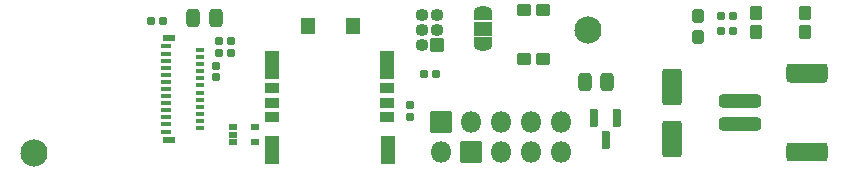
<source format=gbr>
G04 #@! TF.GenerationSoftware,KiCad,Pcbnew,(6.0.7)*
G04 #@! TF.CreationDate,2023-04-12T10:42:41+10:00*
G04 #@! TF.ProjectId,owts,6f777473-2e6b-4696-9361-645f70636258,1.1.0*
G04 #@! TF.SameCoordinates,Original*
G04 #@! TF.FileFunction,Soldermask,Top*
G04 #@! TF.FilePolarity,Negative*
%FSLAX46Y46*%
G04 Gerber Fmt 4.6, Leading zero omitted, Abs format (unit mm)*
G04 Created by KiCad (PCBNEW (6.0.7)) date 2023-04-12 10:42:41*
%MOMM*%
%LPD*%
G01*
G04 APERTURE LIST*
G04 Aperture macros list*
%AMRoundRect*
0 Rectangle with rounded corners*
0 $1 Rounding radius*
0 $2 $3 $4 $5 $6 $7 $8 $9 X,Y pos of 4 corners*
0 Add a 4 corners polygon primitive as box body*
4,1,4,$2,$3,$4,$5,$6,$7,$8,$9,$2,$3,0*
0 Add four circle primitives for the rounded corners*
1,1,$1+$1,$2,$3*
1,1,$1+$1,$4,$5*
1,1,$1+$1,$6,$7*
1,1,$1+$1,$8,$9*
0 Add four rect primitives between the rounded corners*
20,1,$1+$1,$2,$3,$4,$5,0*
20,1,$1+$1,$4,$5,$6,$7,0*
20,1,$1+$1,$6,$7,$8,$9,0*
20,1,$1+$1,$8,$9,$2,$3,0*%
%AMFreePoly0*
4,1,37,0.586062,0.786062,0.601000,0.750000,0.601000,-0.750000,0.586062,-0.786062,0.550000,-0.801000,0.000000,-0.801000,-0.012525,-0.795812,-0.080875,-0.794559,-0.095149,-0.792248,-0.230464,-0.749973,-0.243516,-0.743747,-0.361526,-0.665192,-0.372306,-0.655554,-0.463526,-0.547035,-0.471167,-0.534759,-0.528262,-0.405000,-0.532150,-0.391073,-0.549733,-0.256613,-0.548336,-0.256430,-0.551000,-0.250000,
-0.551000,0.250000,-0.550512,0.251179,-0.550356,0.263956,-0.528545,0.404033,-0.524317,0.417860,-0.464069,0.546185,-0.456130,0.558271,-0.362286,0.664529,-0.351274,0.673901,-0.231379,0.749549,-0.218180,0.755454,-0.081873,0.794411,-0.067546,0.796373,-0.011990,0.796033,0.000000,0.801000,0.550000,0.801000,0.586062,0.786062,0.586062,0.786062,$1*%
%AMFreePoly1*
4,1,37,0.012349,0.795885,0.074216,0.795507,0.088518,0.793370,0.224339,0.752751,0.237465,0.746685,0.356427,0.669578,0.367324,0.660073,0.459862,0.552676,0.467652,0.540494,0.526329,0.411442,0.530388,0.397563,0.550485,0.257230,0.551000,0.250000,0.551000,-0.250000,0.550996,-0.250622,0.550847,-0.262838,0.550144,-0.270677,0.526624,-0.410478,0.522228,-0.424254,0.460416,-0.551833,
0.452330,-0.563821,0.357195,-0.668925,0.346069,-0.678161,0.225259,-0.752338,0.211989,-0.758081,0.075216,-0.795370,0.060866,-0.797157,0.011464,-0.796251,0.000000,-0.801000,-0.550000,-0.801000,-0.586062,-0.786062,-0.601000,-0.750000,-0.601000,0.750000,-0.586062,0.786062,-0.550000,0.801000,0.000000,0.801000,0.012349,0.795885,0.012349,0.795885,$1*%
G04 Aperture macros list end*
%ADD10FreePoly0,270.000000*%
%ADD11RoundRect,0.051000X-0.750000X0.500000X-0.750000X-0.500000X0.750000X-0.500000X0.750000X0.500000X0*%
%ADD12FreePoly1,270.000000*%
%ADD13RoundRect,0.051000X-0.850000X-0.850000X0.850000X-0.850000X0.850000X0.850000X-0.850000X0.850000X0*%
%ADD14O,1.802000X1.802000*%
%ADD15RoundRect,0.051000X-0.500000X-0.400000X0.500000X-0.400000X0.500000X0.400000X-0.500000X0.400000X0*%
%ADD16RoundRect,0.051000X-0.500000X-1.150000X0.500000X-1.150000X0.500000X1.150000X-0.500000X1.150000X0*%
%ADD17RoundRect,0.051000X-0.550000X-0.650000X0.550000X-0.650000X0.550000X0.650000X-0.550000X0.650000X0*%
%ADD18RoundRect,0.051000X0.850000X-0.850000X0.850000X0.850000X-0.850000X0.850000X-0.850000X-0.850000X0*%
%ADD19RoundRect,0.186000X-0.135000X-0.185000X0.135000X-0.185000X0.135000X0.185000X-0.135000X0.185000X0*%
%ADD20RoundRect,0.201000X-0.150000X0.587500X-0.150000X-0.587500X0.150000X-0.587500X0.150000X0.587500X0*%
%ADD21RoundRect,0.051000X-0.450000X-0.500000X0.450000X-0.500000X0.450000X0.500000X-0.450000X0.500000X0*%
%ADD22RoundRect,0.301000X1.500000X-0.250000X1.500000X0.250000X-1.500000X0.250000X-1.500000X-0.250000X0*%
%ADD23RoundRect,0.301001X1.449999X-0.499999X1.449999X0.499999X-1.449999X0.499999X-1.449999X-0.499999X0*%
%ADD24RoundRect,0.051000X-0.500000X0.450000X-0.500000X-0.450000X0.500000X-0.450000X0.500000X0.450000X0*%
%ADD25RoundRect,0.191000X-0.170000X0.140000X-0.170000X-0.140000X0.170000X-0.140000X0.170000X0.140000X0*%
%ADD26RoundRect,0.191000X-0.140000X-0.170000X0.140000X-0.170000X0.140000X0.170000X-0.140000X0.170000X0*%
%ADD27RoundRect,0.301000X0.550000X-1.250000X0.550000X1.250000X-0.550000X1.250000X-0.550000X-1.250000X0*%
%ADD28RoundRect,0.051000X-0.325000X-0.200000X0.325000X-0.200000X0.325000X0.200000X-0.325000X0.200000X0*%
%ADD29RoundRect,0.051000X-0.400000X0.150000X-0.400000X-0.150000X0.400000X-0.150000X0.400000X0.150000X0*%
%ADD30RoundRect,0.051000X-0.325000X0.150000X-0.325000X-0.150000X0.325000X-0.150000X0.325000X0.150000X0*%
%ADD31RoundRect,0.051000X-0.475000X0.200000X-0.475000X-0.200000X0.475000X-0.200000X0.475000X0.200000X0*%
%ADD32RoundRect,0.051000X0.500000X0.500000X-0.500000X0.500000X-0.500000X-0.500000X0.500000X-0.500000X0*%
%ADD33O,1.102000X1.102000*%
%ADD34RoundRect,0.301000X0.250000X0.475000X-0.250000X0.475000X-0.250000X-0.475000X0.250000X-0.475000X0*%
%ADD35RoundRect,0.186000X0.135000X0.185000X-0.135000X0.185000X-0.135000X-0.185000X0.135000X-0.185000X0*%
%ADD36RoundRect,0.288500X0.237500X-0.287500X0.237500X0.287500X-0.237500X0.287500X-0.237500X-0.287500X0*%
%ADD37C,2.302000*%
%ADD38RoundRect,0.301000X-0.250000X-0.475000X0.250000X-0.475000X0.250000X0.475000X-0.250000X0.475000X0*%
G04 APERTURE END LIST*
D10*
X74100000Y-101100000D03*
D11*
X74100000Y-102400000D03*
D12*
X74100000Y-103700000D03*
D13*
X70535000Y-110335000D03*
D14*
X70535000Y-112875000D03*
D15*
X66000000Y-109850000D03*
X66000000Y-108650000D03*
X56300000Y-109850000D03*
X66000000Y-107450000D03*
D16*
X56300000Y-112700000D03*
X66100000Y-112700000D03*
X66000000Y-105500000D03*
X56300000Y-105500000D03*
D15*
X56300000Y-108650000D03*
X56300000Y-107450000D03*
D17*
X63105000Y-102135000D03*
X59295000Y-102135000D03*
D18*
X73075000Y-112875000D03*
D14*
X73075000Y-110335000D03*
X75615000Y-112875000D03*
X75615000Y-110335000D03*
X78155000Y-112875000D03*
X78155000Y-110335000D03*
X80695000Y-112875000D03*
X80695000Y-110335000D03*
D19*
X69090000Y-106250000D03*
X70110000Y-106250000D03*
D20*
X85450000Y-109962500D03*
X83550000Y-109962500D03*
X84500000Y-111837500D03*
D21*
X101350000Y-101100000D03*
X97250000Y-101100000D03*
X101350000Y-102700000D03*
X97250000Y-102700000D03*
D22*
X95850000Y-110500000D03*
X95850000Y-108500000D03*
D23*
X101600000Y-106150000D03*
X101600000Y-112850000D03*
D24*
X79200000Y-104950000D03*
X79200000Y-100850000D03*
X77600000Y-104950000D03*
X77600000Y-100850000D03*
D25*
X51528000Y-105520000D03*
X51528000Y-106480000D03*
D19*
X51740000Y-104479000D03*
X52760000Y-104479000D03*
D26*
X46048000Y-101750000D03*
X47008000Y-101750000D03*
D27*
X90100000Y-111700000D03*
X90100000Y-107300000D03*
D28*
X52950000Y-110705000D03*
X52950000Y-111355000D03*
X52950000Y-112005000D03*
X54850000Y-112005000D03*
X54850000Y-110705000D03*
D29*
X47303000Y-103900000D03*
D30*
X50178000Y-104200000D03*
D29*
X47303000Y-104500000D03*
D30*
X50178000Y-104800000D03*
D29*
X47303000Y-105100000D03*
D30*
X50178000Y-105400000D03*
D29*
X47303000Y-105700000D03*
D30*
X50178000Y-106000000D03*
D29*
X47303000Y-106300000D03*
D30*
X50178000Y-106600000D03*
D29*
X47303000Y-106900000D03*
D30*
X50178000Y-107200000D03*
D29*
X47303000Y-107500000D03*
D30*
X50178000Y-107800000D03*
D29*
X47303000Y-108100000D03*
D30*
X50178000Y-108400000D03*
D29*
X47303000Y-108700000D03*
D30*
X50178000Y-109000000D03*
D29*
X47303000Y-109300000D03*
D30*
X50178000Y-109600000D03*
D29*
X47303000Y-109900000D03*
D30*
X50178000Y-110200000D03*
D29*
X47303000Y-110500000D03*
D30*
X50178000Y-110800000D03*
D29*
X47303000Y-111100000D03*
D31*
X47578000Y-103200000D03*
X47578000Y-111800000D03*
D19*
X51740000Y-103455000D03*
X52760000Y-103455000D03*
D32*
X70225000Y-103775000D03*
D33*
X68955000Y-103775000D03*
X70225000Y-102505000D03*
X68955000Y-102505000D03*
X70225000Y-101235000D03*
X68955000Y-101235000D03*
D34*
X51478000Y-101500000D03*
X49578000Y-101500000D03*
D35*
X95310000Y-101300000D03*
X94290000Y-101300000D03*
D36*
X92320000Y-103070000D03*
X92320000Y-101320000D03*
D35*
X95310000Y-102600000D03*
X94290000Y-102600000D03*
D37*
X36100000Y-112900000D03*
X83000000Y-102500000D03*
D25*
X67950000Y-108870000D03*
X67950000Y-109830000D03*
D38*
X82750000Y-106900000D03*
X84650000Y-106900000D03*
G36*
X103048789Y-113649999D02*
G01*
X103048789Y-113651999D01*
X103047305Y-113652984D01*
X103047297Y-113652985D01*
X103047049Y-113653000D01*
X100152951Y-113653000D01*
X100151219Y-113652000D01*
X100151219Y-113650000D01*
X100152951Y-113649000D01*
X103047057Y-113648999D01*
X103048789Y-113649999D01*
G37*
G36*
X103048781Y-112048000D02*
G01*
X103048781Y-112050000D01*
X103047049Y-112051000D01*
X100152943Y-112051001D01*
X100151211Y-112050001D01*
X100151211Y-112048001D01*
X100152695Y-112047016D01*
X100152703Y-112047015D01*
X100152951Y-112047000D01*
X103047049Y-112047000D01*
X103048781Y-112048000D01*
G37*
G36*
X103048789Y-106949999D02*
G01*
X103048789Y-106951999D01*
X103047305Y-106952984D01*
X103047297Y-106952985D01*
X103047049Y-106953000D01*
X100152951Y-106953000D01*
X100151219Y-106952000D01*
X100151219Y-106950000D01*
X100152951Y-106949000D01*
X103047057Y-106948999D01*
X103048789Y-106949999D01*
G37*
G36*
X103048781Y-105348000D02*
G01*
X103048781Y-105350000D01*
X103047049Y-105351000D01*
X100152943Y-105351001D01*
X100151211Y-105350001D01*
X100151211Y-105348001D01*
X100152695Y-105347016D01*
X100152703Y-105347015D01*
X100152951Y-105347000D01*
X103047049Y-105347000D01*
X103048781Y-105348000D01*
G37*
M02*

</source>
